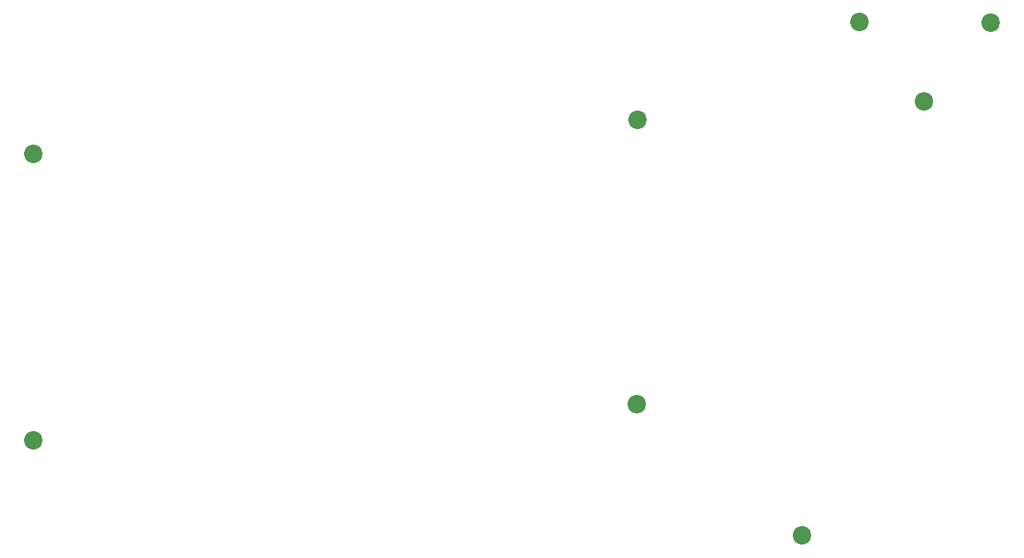
<source format=gts>
G04 #@! TF.GenerationSoftware,KiCad,Pcbnew,(5.99.0-8557-g8988e46ab1)*
G04 #@! TF.CreationDate,2021-01-24T23:21:13-07:00*
G04 #@! TF.ProjectId,Plate,506c6174-652e-46b6-9963-61645f706362,rev?*
G04 #@! TF.SameCoordinates,PX85099e0PY51bada0*
G04 #@! TF.FileFunction,Soldermask,Top*
G04 #@! TF.FilePolarity,Negative*
%FSLAX46Y46*%
G04 Gerber Fmt 4.6, Leading zero omitted, Abs format (unit mm)*
G04 Created by KiCad (PCBNEW (5.99.0-8557-g8988e46ab1)) date 2021-01-24 23:21:13*
%MOMM*%
%LPD*%
G01*
G04 APERTURE LIST*
%ADD10C,2.200000*%
G04 APERTURE END LIST*
D10*
X78648000Y35875000D03*
X62948000Y35900000D03*
X-35627000Y20175000D03*
X70648000Y26400000D03*
X36473000Y24275000D03*
X36373000Y-9725000D03*
X56148000Y-25400000D03*
X-35627000Y-14025000D03*
M02*

</source>
